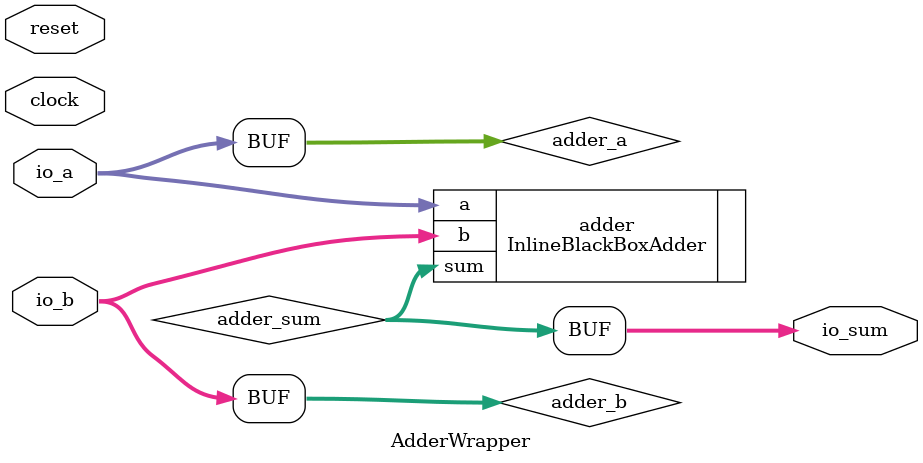
<source format=v>
module AdderWrapper(
  input         clock,
  input         reset,
  input  [31:0] io_a,
  input  [31:0] io_b,
  output [31:0] io_sum
);
  wire [31:0] adder_a; // @[test.scala 34:21]
  wire [31:0] adder_b; // @[test.scala 34:21]
  wire [31:0] adder_sum; // @[test.scala 34:21]
  InlineBlackBoxAdder adder ( // @[test.scala 34:21]
    .a(adder_a),
    .b(adder_b),
    .sum(adder_sum)
  );
  assign io_sum = adder_sum; // @[test.scala 37:10]
  assign adder_a = io_a; // @[test.scala 35:14]
  assign adder_b = io_b; // @[test.scala 36:15]
endmodule

</source>
